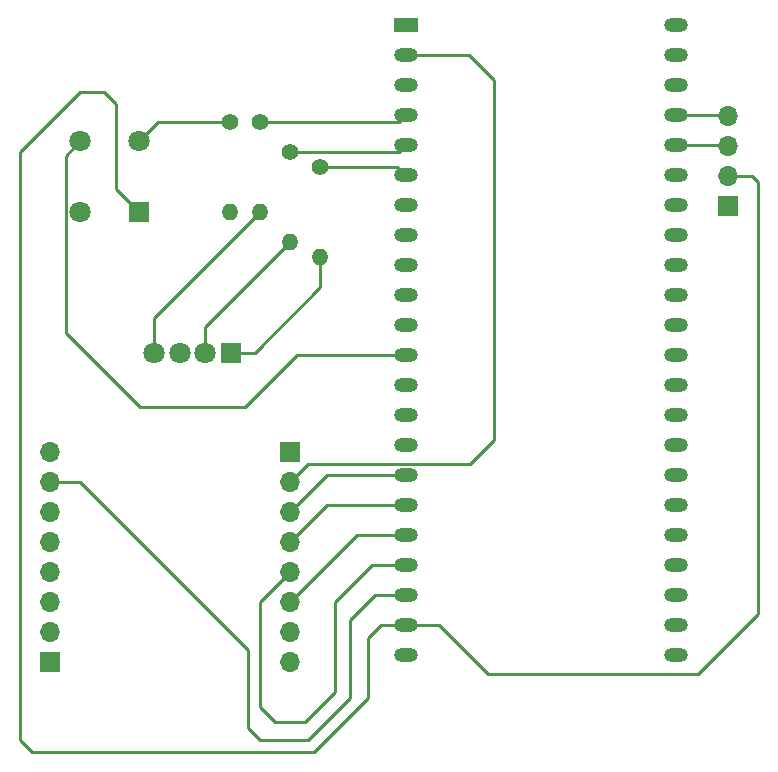
<source format=gtl>
%TF.GenerationSoftware,KiCad,Pcbnew,7.0.10*%
%TF.CreationDate,2024-03-31T17:00:33-07:00*%
%TF.ProjectId,Esp32,45737033-322e-46b6-9963-61645f706362,rev?*%
%TF.SameCoordinates,Original*%
%TF.FileFunction,Copper,L1,Top*%
%TF.FilePolarity,Positive*%
%FSLAX46Y46*%
G04 Gerber Fmt 4.6, Leading zero omitted, Abs format (unit mm)*
G04 Created by KiCad (PCBNEW 7.0.10) date 2024-03-31 17:00:33*
%MOMM*%
%LPD*%
G01*
G04 APERTURE LIST*
%TA.AperFunction,ComponentPad*%
%ADD10C,1.400000*%
%TD*%
%TA.AperFunction,ComponentPad*%
%ADD11O,1.400000X1.400000*%
%TD*%
%TA.AperFunction,ComponentPad*%
%ADD12R,2.000000X1.200000*%
%TD*%
%TA.AperFunction,ComponentPad*%
%ADD13O,2.000000X1.200000*%
%TD*%
%TA.AperFunction,ComponentPad*%
%ADD14R,1.700000X1.700000*%
%TD*%
%TA.AperFunction,ComponentPad*%
%ADD15O,1.700000X1.700000*%
%TD*%
%TA.AperFunction,ComponentPad*%
%ADD16R,1.800000X1.800000*%
%TD*%
%TA.AperFunction,ComponentPad*%
%ADD17C,1.800000*%
%TD*%
%TA.AperFunction,Conductor*%
%ADD18C,0.250000*%
%TD*%
G04 APERTURE END LIST*
D10*
%TO.P,R1,1*%
%TO.N,Red*%
X119380000Y-66040000D03*
D11*
%TO.P,R1,2*%
%TO.N,Net-(D1-RA)*%
X119380000Y-73660000D03*
%TD*%
D10*
%TO.P,R3,1*%
%TO.N,Blue*%
X124460000Y-69850000D03*
D11*
%TO.P,R3,2*%
%TO.N,Net-(D1-BA)*%
X124460000Y-77470000D03*
%TD*%
D10*
%TO.P,R4,1*%
%TO.N,Net-(SW1-K)*%
X116840000Y-66040000D03*
D11*
%TO.P,R4,2*%
%TO.N,GND*%
X116840000Y-73660000D03*
%TD*%
D12*
%TO.P,U1,1,3V3*%
%TO.N,+3.3V*%
X131717000Y-57848120D03*
D13*
%TO.P,U1,2,3V3*%
X131717000Y-60388120D03*
%TO.P,U1,3,CHIP_PU*%
%TO.N,unconnected-(U1-CHIP_PU-Pad3)*%
X131717000Y-62928120D03*
%TO.P,U1,4,GPIO4/ADC1_CH3*%
%TO.N,Red*%
X131717000Y-65468120D03*
%TO.P,U1,5,GPIO5/ADC1_CH4*%
%TO.N,Green*%
X131717000Y-68008120D03*
%TO.P,U1,6,GPIO6/ADC1_CH5*%
%TO.N,Blue*%
X131717000Y-70548120D03*
%TO.P,U1,7,GPIO7/ADC1_CH6*%
%TO.N,unconnected-(U1-GPIO7{slash}ADC1_CH6-Pad7)*%
X131717000Y-73088120D03*
%TO.P,U1,8,GPIO15/ADC2_CH4/32K_P*%
%TO.N,unconnected-(U1-GPIO15{slash}ADC2_CH4{slash}32K_P-Pad8)*%
X131717000Y-75628120D03*
%TO.P,U1,9,GPIO16/ADC2_CH5/32K_N*%
%TO.N,unconnected-(U1-GPIO16{slash}ADC2_CH5{slash}32K_N-Pad9)*%
X131717000Y-78168120D03*
%TO.P,U1,10,GPIO17/ADC2_CH6*%
%TO.N,unconnected-(U1-GPIO17{slash}ADC2_CH6-Pad10)*%
X131717000Y-80708120D03*
%TO.P,U1,11,GPIO18/ADC2_CH7*%
%TO.N,unconnected-(U1-GPIO18{slash}ADC2_CH7-Pad11)*%
X131717000Y-83248120D03*
%TO.P,U1,12,GPIO8/ADC1_CH7*%
%TO.N,/PushBtn*%
X131717000Y-85788120D03*
%TO.P,U1,13,GPIO3/ADC1_CH2*%
%TO.N,unconnected-(U1-GPIO3{slash}ADC1_CH2-Pad13)*%
X131717000Y-88328120D03*
%TO.P,U1,14,GPIO46*%
%TO.N,unconnected-(U1-GPIO46-Pad14)*%
X131717000Y-90868120D03*
%TO.P,U1,15,GPIO9/ADC1_CH8*%
%TO.N,unconnected-(U1-GPIO9{slash}ADC1_CH8-Pad15)*%
X131717000Y-93408120D03*
%TO.P,U1,16,GPIO10/ADC1_CH9*%
%TO.N,/NSS*%
X131717000Y-95948120D03*
%TO.P,U1,17,GPIO11/ADC2_CH0*%
%TO.N,/MOSI*%
X131717000Y-98488120D03*
%TO.P,U1,18,GPIO12/ADC2_CH1*%
%TO.N,/SCK*%
X131717000Y-101028120D03*
%TO.P,U1,19,GPIO13/ADC2_CH2*%
%TO.N,/MISO*%
X131717000Y-103568120D03*
%TO.P,U1,20,GPIO14/ADC2_CH3*%
%TO.N,/RESET*%
X131713320Y-106105400D03*
%TO.P,U1,21,5V*%
%TO.N,+5V*%
X131713320Y-108645400D03*
%TO.P,U1,22,GND*%
%TO.N,GND*%
X131713320Y-111185400D03*
%TO.P,U1,23,GND*%
X154577000Y-111188120D03*
%TO.P,U1,24,GND*%
X154577000Y-108648120D03*
%TO.P,U1,25,GPIO19/USB_D-*%
%TO.N,unconnected-(U1-GPIO19{slash}USB_D--Pad25)*%
X154577000Y-106108120D03*
%TO.P,U1,26,GPIO20/USB_D+*%
%TO.N,unconnected-(U1-GPIO20{slash}USB_D+-Pad26)*%
X154577000Y-103568120D03*
%TO.P,U1,27,GPIO21*%
%TO.N,unconnected-(U1-GPIO21-Pad27)*%
X154577000Y-101028120D03*
%TO.P,U1,28,GPIO47*%
%TO.N,unconnected-(U1-GPIO47-Pad28)*%
X154577000Y-98488120D03*
%TO.P,U1,29,GPIO48*%
%TO.N,unconnected-(U1-GPIO48-Pad29)*%
X154577000Y-95948120D03*
%TO.P,U1,30,GPIO45*%
%TO.N,unconnected-(U1-GPIO45-Pad30)*%
X154577000Y-93408120D03*
%TO.P,U1,31,GPIO0*%
%TO.N,unconnected-(U1-GPIO0-Pad31)*%
X154577000Y-90868120D03*
%TO.P,U1,32,GPIO35*%
%TO.N,unconnected-(U1-GPIO35-Pad32)*%
X154577000Y-88328120D03*
%TO.P,U1,33,GPIO36*%
%TO.N,unconnected-(U1-GPIO36-Pad33)*%
X154577000Y-85788120D03*
%TO.P,U1,34,GPIO37*%
%TO.N,unconnected-(U1-GPIO37-Pad34)*%
X154577000Y-83248120D03*
%TO.P,U1,35,GPIO38*%
%TO.N,unconnected-(U1-GPIO38-Pad35)*%
X154577000Y-80708120D03*
%TO.P,U1,36,GPIO39/MTCK*%
%TO.N,unconnected-(U1-GPIO39{slash}MTCK-Pad36)*%
X154577000Y-78168120D03*
%TO.P,U1,37,GPIO40/MTDO*%
%TO.N,unconnected-(U1-GPIO40{slash}MTDO-Pad37)*%
X154577000Y-75628120D03*
%TO.P,U1,38,GPIO41/MTDI*%
%TO.N,unconnected-(U1-GPIO41{slash}MTDI-Pad38)*%
X154577000Y-73088120D03*
%TO.P,U1,39,GPIO42/MTMS*%
%TO.N,unconnected-(U1-GPIO42{slash}MTMS-Pad39)*%
X154577000Y-70548120D03*
%TO.P,U1,40,GPIO2/ADC1_CH1*%
%TO.N,/SCL*%
X154577000Y-68008120D03*
%TO.P,U1,41,GPIO1/ADC1_CH0*%
%TO.N,/SDA*%
X154577000Y-65468120D03*
%TO.P,U1,42,GPIO44/U0RXD*%
%TO.N,unconnected-(U1-GPIO44{slash}U0RXD-Pad42)*%
X154577000Y-62928120D03*
%TO.P,U1,43,GPIO43/U0TXD*%
%TO.N,unconnected-(U1-GPIO43{slash}U0TXD-Pad43)*%
X154577000Y-60388120D03*
%TO.P,U1,44,GND*%
%TO.N,GND*%
X154577000Y-57848120D03*
%TD*%
D14*
%TO.P,CON2,1*%
%TO.N,GND*%
X101600000Y-111760000D03*
D15*
%TO.P,CON2,2*%
%TO.N,/DIO4*%
X101600000Y-109220000D03*
%TO.P,CON2,3*%
%TO.N,/DIO3*%
X101600000Y-106680000D03*
%TO.P,CON2,4*%
%TO.N,/DIO2*%
X101600000Y-104140000D03*
%TO.P,CON2,5*%
%TO.N,/DIO1*%
X101600000Y-101600000D03*
%TO.P,CON2,6*%
%TO.N,/DIO0*%
X101600000Y-99060000D03*
%TO.P,CON2,7*%
%TO.N,/RESET*%
X101600000Y-96520000D03*
%TO.P,CON2,8*%
%TO.N,GND*%
X101600000Y-93980000D03*
%TD*%
D10*
%TO.P,R2,1*%
%TO.N,Green*%
X121920000Y-68580000D03*
D11*
%TO.P,R2,2*%
%TO.N,Net-(D1-GA)*%
X121920000Y-76200000D03*
%TD*%
D14*
%TO.P,CON1,1*%
%TO.N,GND*%
X121920000Y-93980000D03*
D15*
%TO.P,CON1,2*%
%TO.N,+3.3V*%
X121920000Y-96520000D03*
%TO.P,CON1,3*%
%TO.N,/NSS*%
X121920000Y-99060000D03*
%TO.P,CON1,4*%
%TO.N,/MOSI*%
X121920000Y-101600000D03*
%TO.P,CON1,5*%
%TO.N,/MISO*%
X121920000Y-104140000D03*
%TO.P,CON1,6*%
%TO.N,/SCK*%
X121920000Y-106680000D03*
%TO.P,CON1,7*%
%TO.N,/DIO5*%
X121920000Y-109220000D03*
%TO.P,CON1,8*%
%TO.N,unconnected-(CON1-Pad8)*%
X121920000Y-111760000D03*
%TD*%
D14*
%TO.P,J1,1,Pin_1*%
%TO.N,GND*%
X159004000Y-73152000D03*
D15*
%TO.P,J1,2,Pin_2*%
%TO.N,+5V*%
X159004000Y-70612000D03*
%TO.P,J1,3,Pin_3*%
%TO.N,/SCL*%
X159004000Y-68072000D03*
%TO.P,J1,4,Pin_4*%
%TO.N,/SDA*%
X159004000Y-65532000D03*
%TD*%
D16*
%TO.P,SW1,1,1*%
%TO.N,+5V*%
X109140000Y-73660000D03*
D17*
%TO.P,SW1,2,2*%
%TO.N,unconnected-(SW1-Pad2)*%
X104140000Y-73660000D03*
%TO.P,SW1,3,K*%
%TO.N,Net-(SW1-K)*%
X109140000Y-67660000D03*
%TO.P,SW1,4,A*%
%TO.N,/PushBtn*%
X104140000Y-67660000D03*
%TD*%
D16*
%TO.P,D1,1,BA*%
%TO.N,Net-(D1-BA)*%
X116916200Y-85547200D03*
D17*
%TO.P,D1,2,GA*%
%TO.N,Net-(D1-GA)*%
X114757200Y-85547200D03*
%TO.P,D1,3,K*%
%TO.N,GND*%
X112598200Y-85547200D03*
%TO.P,D1,4,RA*%
%TO.N,Net-(D1-RA)*%
X110439200Y-85547200D03*
%TD*%
D18*
%TO.N,Net-(D1-BA)*%
X118922800Y-85547200D02*
X116916200Y-85547200D01*
X124460000Y-80010000D02*
X118922800Y-85547200D01*
X124460000Y-77470000D02*
X124460000Y-80010000D01*
%TO.N,Net-(D1-GA)*%
X114757200Y-83362800D02*
X114757200Y-85547200D01*
X121920000Y-76200000D02*
X114757200Y-83362800D01*
%TO.N,Net-(D1-RA)*%
X119380000Y-73660000D02*
X110439200Y-82600800D01*
X110439200Y-82600800D02*
X110439200Y-85547200D01*
%TO.N,Red*%
X119380000Y-66040000D02*
X131145120Y-66040000D01*
X131145120Y-66040000D02*
X131717000Y-65468120D01*
%TO.N,Green*%
X131145120Y-68580000D02*
X131717000Y-68008120D01*
X121920000Y-68580000D02*
X131145120Y-68580000D01*
%TO.N,Blue*%
X124460000Y-69850000D02*
X131018880Y-69850000D01*
X131018880Y-69850000D02*
X131717000Y-70548120D01*
%TO.N,+3.3V*%
X137160000Y-94996000D02*
X123444000Y-94996000D01*
X139192000Y-62484000D02*
X139192000Y-92964000D01*
X131717000Y-60388120D02*
X137096120Y-60388120D01*
X137096120Y-60388120D02*
X139192000Y-62484000D01*
X123444000Y-94996000D02*
X121920000Y-96520000D01*
X139192000Y-92964000D02*
X137160000Y-94996000D01*
%TO.N,/NSS*%
X125031880Y-95948120D02*
X131717000Y-95948120D01*
X121920000Y-99060000D02*
X125031880Y-95948120D01*
%TO.N,/MOSI*%
X121920000Y-101600000D02*
X125031880Y-98488120D01*
X125031880Y-98488120D02*
X131717000Y-98488120D01*
%TO.N,/MISO*%
X125730000Y-106680000D02*
X128841880Y-103568120D01*
X121920000Y-104140000D02*
X119380000Y-106680000D01*
X128841880Y-103568120D02*
X131717000Y-103568120D01*
X125730000Y-114300000D02*
X125730000Y-106680000D01*
X123190000Y-116840000D02*
X125730000Y-114300000D01*
X119380000Y-115570000D02*
X120650000Y-116840000D01*
X120650000Y-116840000D02*
X123190000Y-116840000D01*
X119380000Y-106680000D02*
X119380000Y-115570000D01*
%TO.N,/SCK*%
X121920000Y-106680000D02*
X127571880Y-101028120D01*
X127571880Y-101028120D02*
X131717000Y-101028120D01*
%TO.N,/RESET*%
X119380000Y-118364000D02*
X118364000Y-117348000D01*
X118364000Y-117348000D02*
X118364000Y-110744000D01*
X123444000Y-118364000D02*
X119380000Y-118364000D01*
X118364000Y-110744000D02*
X104140000Y-96520000D01*
X127000000Y-114808000D02*
X123444000Y-118364000D01*
X104140000Y-96520000D02*
X101600000Y-96520000D01*
X131713320Y-106105400D02*
X129098600Y-106105400D01*
X129098600Y-106105400D02*
X127000000Y-108204000D01*
X127000000Y-108204000D02*
X127000000Y-114808000D01*
%TO.N,+5V*%
X134553400Y-108645400D02*
X131713320Y-108645400D01*
X107188000Y-64516000D02*
X107188000Y-71708000D01*
X138684000Y-112776000D02*
X134553400Y-108645400D01*
X128524000Y-114808000D02*
X123952000Y-119380000D01*
X159004000Y-70612000D02*
X161036000Y-70612000D01*
X99060000Y-68580000D02*
X104140000Y-63500000D01*
X161544000Y-71120000D02*
X161544000Y-107696000D01*
X161036000Y-70612000D02*
X161544000Y-71120000D01*
X128524000Y-109728000D02*
X128524000Y-114808000D01*
X161544000Y-107696000D02*
X156464000Y-112776000D01*
X104140000Y-63500000D02*
X106172000Y-63500000D01*
X100076000Y-119380000D02*
X99060000Y-118364000D01*
X106172000Y-63500000D02*
X107188000Y-64516000D01*
X107188000Y-71708000D02*
X109140000Y-73660000D01*
X156464000Y-112776000D02*
X138684000Y-112776000D01*
X129606600Y-108645400D02*
X128524000Y-109728000D01*
X123952000Y-119380000D02*
X100076000Y-119380000D01*
X99060000Y-118364000D02*
X99060000Y-68580000D01*
X131713320Y-108645400D02*
X129606600Y-108645400D01*
%TO.N,Net-(SW1-K)*%
X116840000Y-66040000D02*
X110760000Y-66040000D01*
X110760000Y-66040000D02*
X109140000Y-67660000D01*
%TO.N,/PushBtn*%
X122491880Y-85788120D02*
X118110000Y-90170000D01*
X118110000Y-90170000D02*
X109220000Y-90170000D01*
X102915000Y-83865000D02*
X102915000Y-68885000D01*
X131717000Y-85788120D02*
X122491880Y-85788120D01*
X102915000Y-68885000D02*
X104140000Y-67660000D01*
X109220000Y-90170000D02*
X102915000Y-83865000D01*
%TO.N,/SCL*%
X158940120Y-68008120D02*
X159004000Y-68072000D01*
X154577000Y-68008120D02*
X158940120Y-68008120D01*
%TO.N,/SDA*%
X154577000Y-65468120D02*
X158940120Y-65468120D01*
X158940120Y-65468120D02*
X159004000Y-65532000D01*
%TD*%
M02*

</source>
